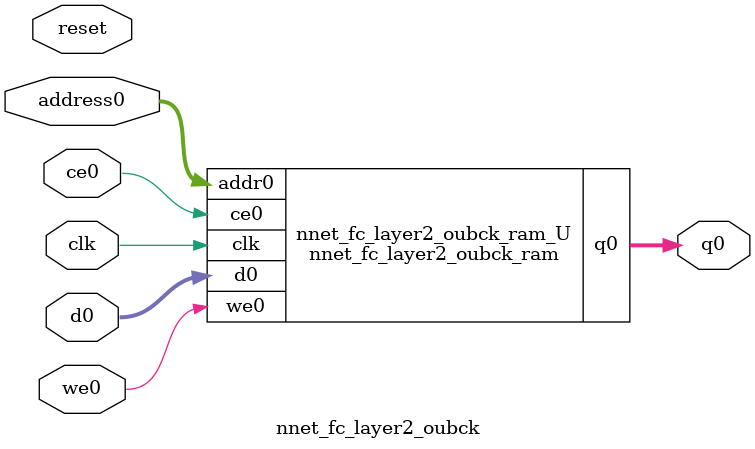
<source format=v>

`timescale 1 ns / 1 ps
module nnet_fc_layer2_oubck_ram (addr0, ce0, d0, we0, q0,  clk);

parameter DWIDTH = 24;
parameter AWIDTH = 7;
parameter MEM_SIZE = 84;

input[AWIDTH-1:0] addr0;
input ce0;
input[DWIDTH-1:0] d0;
input we0;
output reg[DWIDTH-1:0] q0;
input clk;

(* ram_style = "block" *)reg [DWIDTH-1:0] ram[0:MEM_SIZE-1];




always @(posedge clk)  
begin 
    if (ce0) 
    begin
        if (we0) 
        begin 
            ram[addr0] <= d0; 
            q0 <= d0;
        end 
        else 
            q0 <= ram[addr0];
    end
end


endmodule


`timescale 1 ns / 1 ps
module nnet_fc_layer2_oubck(
    reset,
    clk,
    address0,
    ce0,
    we0,
    d0,
    q0);

parameter DataWidth = 32'd24;
parameter AddressRange = 32'd84;
parameter AddressWidth = 32'd7;
input reset;
input clk;
input[AddressWidth - 1:0] address0;
input ce0;
input we0;
input[DataWidth - 1:0] d0;
output[DataWidth - 1:0] q0;



nnet_fc_layer2_oubck_ram nnet_fc_layer2_oubck_ram_U(
    .clk( clk ),
    .addr0( address0 ),
    .ce0( ce0 ),
    .d0( d0 ),
    .we0( we0 ),
    .q0( q0 ));

endmodule


</source>
